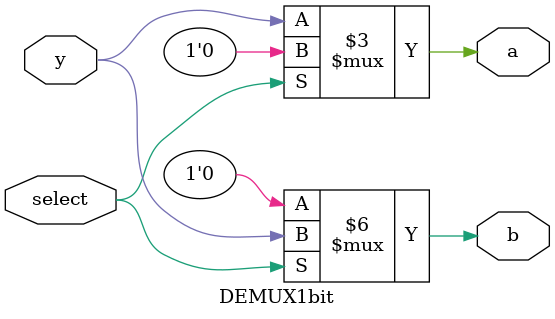
<source format=v>
module DEMUX1bit(output reg a,b ,input y,select);

always@(select)
if(select)
	begin 
	b=y;
	a=0;
	end

	 
	else
	begin
	a=y;
	b=0;
	end
endmodule 
</source>
